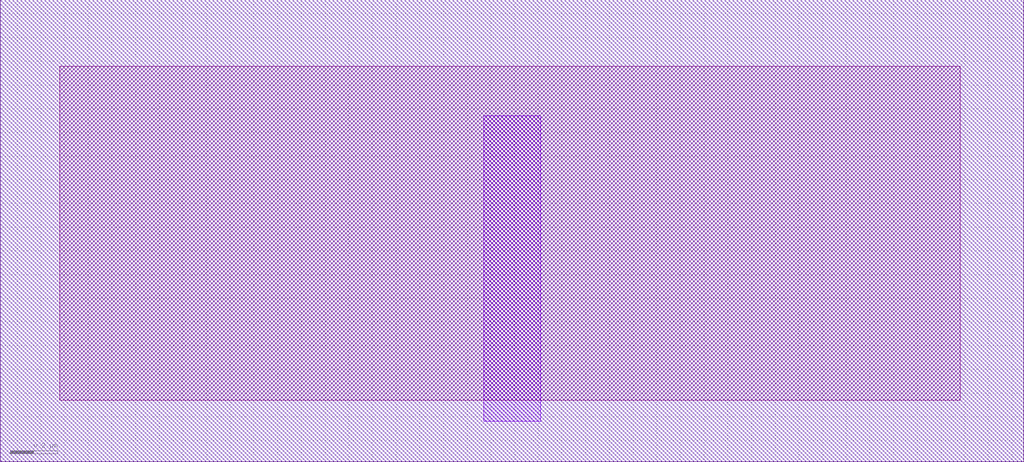
<source format=lef>
VERSION 5.7 ;
  NOWIREEXTENSIONATPIN ON ;
  DIVIDERCHAR "/" ;
  BUSBITCHARS "[]" ;
UNITS
  DATABASE MICRONS 200 ;
END UNITS

LAYER via2
  TYPE CUT ;
END via2

LAYER via
  TYPE CUT ;
END via

LAYER nwell
  TYPE MASTERSLICE ;
END nwell

LAYER via3
  TYPE CUT ;
END via3

LAYER pwell
  TYPE MASTERSLICE ;
END pwell

LAYER via4
  TYPE CUT ;
END via4

LAYER mcon
  TYPE CUT ;
END mcon

LAYER met6
  TYPE ROUTING ;
  WIDTH 0.030000 ;
  SPACING 0.040000 ;
  DIRECTION HORIZONTAL ;
END met6

LAYER met1
  TYPE ROUTING ;
  WIDTH 0.140000 ;
  SPACING 0.140000 ;
  DIRECTION HORIZONTAL ;
END met1

LAYER met3
  TYPE ROUTING ;
  WIDTH 0.300000 ;
  SPACING 0.300000 ;
  DIRECTION HORIZONTAL ;
END met3

LAYER met2
  TYPE ROUTING ;
  WIDTH 0.140000 ;
  SPACING 0.140000 ;
  DIRECTION HORIZONTAL ;
END met2

LAYER met4
  TYPE ROUTING ;
  WIDTH 0.300000 ;
  SPACING 0.300000 ;
  DIRECTION HORIZONTAL ;
END met4

LAYER met5
  TYPE ROUTING ;
  WIDTH 1.600000 ;
  SPACING 1.600000 ;
  DIRECTION HORIZONTAL ;
END met5

LAYER li1
  TYPE ROUTING ;
  WIDTH 0.170000 ;
  SPACING 0.170000 ;
  DIRECTION HORIZONTAL ;
END li1

MACRO sky130_hilas_overlapCap02
  CLASS BLOCK ;
  FOREIGN sky130_hilas_overlapCap02 ;
  ORIGIN 5.370 0.690 ;
  SIZE 4.320 BY 1.950 ;
  OBS
      LAYER nwell ;
        RECT -5.370 -0.690 -1.050 1.260 ;
      LAYER li1 ;
        RECT -5.120 -0.430 -1.320 0.980 ;
      LAYER met1 ;
        RECT -3.330 -0.520 -3.090 0.770 ;
  END
END sky130_hilas_overlapCap02
END LIBRARY


</source>
